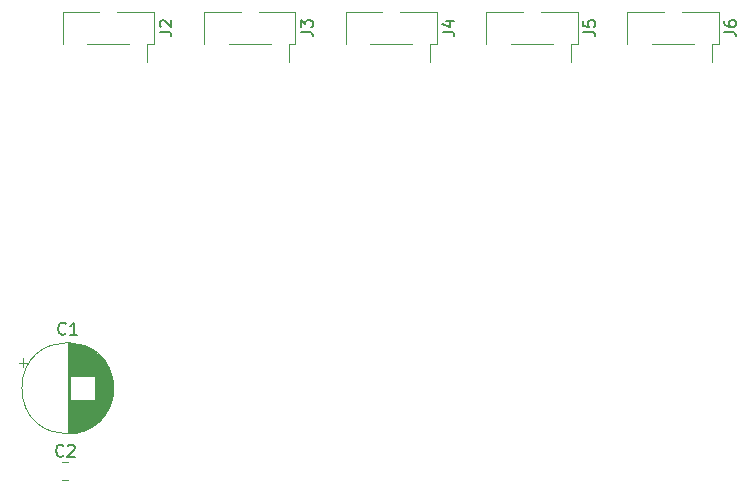
<source format=gbr>
%TF.GenerationSoftware,KiCad,Pcbnew,7.0.2*%
%TF.CreationDate,2023-05-19T03:37:00-07:00*%
%TF.ProjectId,pb_orangepi,70625f6f-7261-46e6-9765-70692e6b6963,rev?*%
%TF.SameCoordinates,PX90013c0PY280de80*%
%TF.FileFunction,Legend,Top*%
%TF.FilePolarity,Positive*%
%FSLAX46Y46*%
G04 Gerber Fmt 4.6, Leading zero omitted, Abs format (unit mm)*
G04 Created by KiCad (PCBNEW 7.0.2) date 2023-05-19 03:37:00*
%MOMM*%
%LPD*%
G01*
G04 APERTURE LIST*
%ADD10C,0.150000*%
%ADD11C,0.120000*%
G04 APERTURE END LIST*
D10*
%TO.C,J6*%
X63332619Y-3333333D02*
X64046904Y-3333333D01*
X64046904Y-3333333D02*
X64189761Y-3380952D01*
X64189761Y-3380952D02*
X64285000Y-3476190D01*
X64285000Y-3476190D02*
X64332619Y-3619047D01*
X64332619Y-3619047D02*
X64332619Y-3714285D01*
X63332619Y-2428571D02*
X63332619Y-2619047D01*
X63332619Y-2619047D02*
X63380238Y-2714285D01*
X63380238Y-2714285D02*
X63427857Y-2761904D01*
X63427857Y-2761904D02*
X63570714Y-2857142D01*
X63570714Y-2857142D02*
X63761190Y-2904761D01*
X63761190Y-2904761D02*
X64142142Y-2904761D01*
X64142142Y-2904761D02*
X64237380Y-2857142D01*
X64237380Y-2857142D02*
X64285000Y-2809523D01*
X64285000Y-2809523D02*
X64332619Y-2714285D01*
X64332619Y-2714285D02*
X64332619Y-2523809D01*
X64332619Y-2523809D02*
X64285000Y-2428571D01*
X64285000Y-2428571D02*
X64237380Y-2380952D01*
X64237380Y-2380952D02*
X64142142Y-2333333D01*
X64142142Y-2333333D02*
X63904047Y-2333333D01*
X63904047Y-2333333D02*
X63808809Y-2380952D01*
X63808809Y-2380952D02*
X63761190Y-2428571D01*
X63761190Y-2428571D02*
X63713571Y-2523809D01*
X63713571Y-2523809D02*
X63713571Y-2714285D01*
X63713571Y-2714285D02*
X63761190Y-2809523D01*
X63761190Y-2809523D02*
X63808809Y-2857142D01*
X63808809Y-2857142D02*
X63904047Y-2904761D01*
%TO.C,J5*%
X51412619Y-3333333D02*
X52126904Y-3333333D01*
X52126904Y-3333333D02*
X52269761Y-3380952D01*
X52269761Y-3380952D02*
X52365000Y-3476190D01*
X52365000Y-3476190D02*
X52412619Y-3619047D01*
X52412619Y-3619047D02*
X52412619Y-3714285D01*
X51412619Y-2380952D02*
X51412619Y-2857142D01*
X51412619Y-2857142D02*
X51888809Y-2904761D01*
X51888809Y-2904761D02*
X51841190Y-2857142D01*
X51841190Y-2857142D02*
X51793571Y-2761904D01*
X51793571Y-2761904D02*
X51793571Y-2523809D01*
X51793571Y-2523809D02*
X51841190Y-2428571D01*
X51841190Y-2428571D02*
X51888809Y-2380952D01*
X51888809Y-2380952D02*
X51984047Y-2333333D01*
X51984047Y-2333333D02*
X52222142Y-2333333D01*
X52222142Y-2333333D02*
X52317380Y-2380952D01*
X52317380Y-2380952D02*
X52365000Y-2428571D01*
X52365000Y-2428571D02*
X52412619Y-2523809D01*
X52412619Y-2523809D02*
X52412619Y-2761904D01*
X52412619Y-2761904D02*
X52365000Y-2857142D01*
X52365000Y-2857142D02*
X52317380Y-2904761D01*
%TO.C,J4*%
X39492619Y-3333333D02*
X40206904Y-3333333D01*
X40206904Y-3333333D02*
X40349761Y-3380952D01*
X40349761Y-3380952D02*
X40445000Y-3476190D01*
X40445000Y-3476190D02*
X40492619Y-3619047D01*
X40492619Y-3619047D02*
X40492619Y-3714285D01*
X39825952Y-2428571D02*
X40492619Y-2428571D01*
X39445000Y-2666666D02*
X40159285Y-2904761D01*
X40159285Y-2904761D02*
X40159285Y-2285714D01*
%TO.C,J3*%
X27492619Y-3333333D02*
X28206904Y-3333333D01*
X28206904Y-3333333D02*
X28349761Y-3380952D01*
X28349761Y-3380952D02*
X28445000Y-3476190D01*
X28445000Y-3476190D02*
X28492619Y-3619047D01*
X28492619Y-3619047D02*
X28492619Y-3714285D01*
X27492619Y-2952380D02*
X27492619Y-2333333D01*
X27492619Y-2333333D02*
X27873571Y-2666666D01*
X27873571Y-2666666D02*
X27873571Y-2523809D01*
X27873571Y-2523809D02*
X27921190Y-2428571D01*
X27921190Y-2428571D02*
X27968809Y-2380952D01*
X27968809Y-2380952D02*
X28064047Y-2333333D01*
X28064047Y-2333333D02*
X28302142Y-2333333D01*
X28302142Y-2333333D02*
X28397380Y-2380952D01*
X28397380Y-2380952D02*
X28445000Y-2428571D01*
X28445000Y-2428571D02*
X28492619Y-2523809D01*
X28492619Y-2523809D02*
X28492619Y-2809523D01*
X28492619Y-2809523D02*
X28445000Y-2904761D01*
X28445000Y-2904761D02*
X28397380Y-2952380D01*
%TO.C,J2*%
X15532619Y-3333333D02*
X16246904Y-3333333D01*
X16246904Y-3333333D02*
X16389761Y-3380952D01*
X16389761Y-3380952D02*
X16485000Y-3476190D01*
X16485000Y-3476190D02*
X16532619Y-3619047D01*
X16532619Y-3619047D02*
X16532619Y-3714285D01*
X15627857Y-2904761D02*
X15580238Y-2857142D01*
X15580238Y-2857142D02*
X15532619Y-2761904D01*
X15532619Y-2761904D02*
X15532619Y-2523809D01*
X15532619Y-2523809D02*
X15580238Y-2428571D01*
X15580238Y-2428571D02*
X15627857Y-2380952D01*
X15627857Y-2380952D02*
X15723095Y-2333333D01*
X15723095Y-2333333D02*
X15818333Y-2333333D01*
X15818333Y-2333333D02*
X15961190Y-2380952D01*
X15961190Y-2380952D02*
X16532619Y-2952380D01*
X16532619Y-2952380D02*
X16532619Y-2333333D01*
%TO.C,C2*%
X7383333Y-39187380D02*
X7335714Y-39235000D01*
X7335714Y-39235000D02*
X7192857Y-39282619D01*
X7192857Y-39282619D02*
X7097619Y-39282619D01*
X7097619Y-39282619D02*
X6954762Y-39235000D01*
X6954762Y-39235000D02*
X6859524Y-39139761D01*
X6859524Y-39139761D02*
X6811905Y-39044523D01*
X6811905Y-39044523D02*
X6764286Y-38854047D01*
X6764286Y-38854047D02*
X6764286Y-38711190D01*
X6764286Y-38711190D02*
X6811905Y-38520714D01*
X6811905Y-38520714D02*
X6859524Y-38425476D01*
X6859524Y-38425476D02*
X6954762Y-38330238D01*
X6954762Y-38330238D02*
X7097619Y-38282619D01*
X7097619Y-38282619D02*
X7192857Y-38282619D01*
X7192857Y-38282619D02*
X7335714Y-38330238D01*
X7335714Y-38330238D02*
X7383333Y-38377857D01*
X7764286Y-38377857D02*
X7811905Y-38330238D01*
X7811905Y-38330238D02*
X7907143Y-38282619D01*
X7907143Y-38282619D02*
X8145238Y-38282619D01*
X8145238Y-38282619D02*
X8240476Y-38330238D01*
X8240476Y-38330238D02*
X8288095Y-38377857D01*
X8288095Y-38377857D02*
X8335714Y-38473095D01*
X8335714Y-38473095D02*
X8335714Y-38568333D01*
X8335714Y-38568333D02*
X8288095Y-38711190D01*
X8288095Y-38711190D02*
X7716667Y-39282619D01*
X7716667Y-39282619D02*
X8335714Y-39282619D01*
%TO.C,C1*%
X7583333Y-28867380D02*
X7535714Y-28915000D01*
X7535714Y-28915000D02*
X7392857Y-28962619D01*
X7392857Y-28962619D02*
X7297619Y-28962619D01*
X7297619Y-28962619D02*
X7154762Y-28915000D01*
X7154762Y-28915000D02*
X7059524Y-28819761D01*
X7059524Y-28819761D02*
X7011905Y-28724523D01*
X7011905Y-28724523D02*
X6964286Y-28534047D01*
X6964286Y-28534047D02*
X6964286Y-28391190D01*
X6964286Y-28391190D02*
X7011905Y-28200714D01*
X7011905Y-28200714D02*
X7059524Y-28105476D01*
X7059524Y-28105476D02*
X7154762Y-28010238D01*
X7154762Y-28010238D02*
X7297619Y-27962619D01*
X7297619Y-27962619D02*
X7392857Y-27962619D01*
X7392857Y-27962619D02*
X7535714Y-28010238D01*
X7535714Y-28010238D02*
X7583333Y-28057857D01*
X8535714Y-28962619D02*
X7964286Y-28962619D01*
X8250000Y-28962619D02*
X8250000Y-27962619D01*
X8250000Y-27962619D02*
X8154762Y-28105476D01*
X8154762Y-28105476D02*
X8059524Y-28200714D01*
X8059524Y-28200714D02*
X7964286Y-28248333D01*
D11*
%TO.C,J6*%
X62870000Y-1670000D02*
X59760000Y-1670000D01*
X62870000Y-1670000D02*
X62870000Y-4330000D01*
X58240000Y-1670000D02*
X55130000Y-1670000D01*
X55700000Y-1670000D02*
X55130000Y-1670000D01*
X55130000Y-1670000D02*
X55130000Y-4330000D01*
X62870000Y-4330000D02*
X62300000Y-4330000D01*
X62300000Y-4330000D02*
X62300000Y-5850000D01*
X60780000Y-4330000D02*
X57220000Y-4330000D01*
%TO.C,J5*%
X50950000Y-1670000D02*
X47840000Y-1670000D01*
X50950000Y-1670000D02*
X50950000Y-4330000D01*
X46320000Y-1670000D02*
X43210000Y-1670000D01*
X43780000Y-1670000D02*
X43210000Y-1670000D01*
X43210000Y-1670000D02*
X43210000Y-4330000D01*
X50950000Y-4330000D02*
X50380000Y-4330000D01*
X50380000Y-4330000D02*
X50380000Y-5850000D01*
X48860000Y-4330000D02*
X45300000Y-4330000D01*
%TO.C,J4*%
X36940000Y-4330000D02*
X33380000Y-4330000D01*
X38460000Y-4330000D02*
X38460000Y-5850000D01*
X39030000Y-4330000D02*
X38460000Y-4330000D01*
X31290000Y-1670000D02*
X31290000Y-4330000D01*
X31860000Y-1670000D02*
X31290000Y-1670000D01*
X34400000Y-1670000D02*
X31290000Y-1670000D01*
X39030000Y-1670000D02*
X39030000Y-4330000D01*
X39030000Y-1670000D02*
X35920000Y-1670000D01*
%TO.C,J3*%
X27030000Y-1670000D02*
X23920000Y-1670000D01*
X27030000Y-1670000D02*
X27030000Y-4330000D01*
X22400000Y-1670000D02*
X19290000Y-1670000D01*
X19860000Y-1670000D02*
X19290000Y-1670000D01*
X19290000Y-1670000D02*
X19290000Y-4330000D01*
X27030000Y-4330000D02*
X26460000Y-4330000D01*
X26460000Y-4330000D02*
X26460000Y-5850000D01*
X24940000Y-4330000D02*
X21380000Y-4330000D01*
%TO.C,J2*%
X12980000Y-4330000D02*
X9420000Y-4330000D01*
X14500000Y-4330000D02*
X14500000Y-5850000D01*
X15070000Y-4330000D02*
X14500000Y-4330000D01*
X7330000Y-1670000D02*
X7330000Y-4330000D01*
X7900000Y-1670000D02*
X7330000Y-1670000D01*
X10440000Y-1670000D02*
X7330000Y-1670000D01*
X15070000Y-1670000D02*
X15070000Y-4330000D01*
X15070000Y-1670000D02*
X11960000Y-1670000D01*
%TO.C,C2*%
X7288748Y-41235000D02*
X7811252Y-41235000D01*
X7288748Y-39765000D02*
X7811252Y-39765000D01*
%TO.C,C1*%
X11620000Y-33500000D02*
G75*
G03*
X11620000Y-33500000I-3870000J0D01*
G01*
X9751000Y-34540000D02*
X9751000Y-36774000D01*
X9311000Y-29998000D02*
X9311000Y-32460000D01*
X9911000Y-34540000D02*
X9911000Y-36672000D01*
X8631000Y-29771000D02*
X8631000Y-32460000D01*
X8751000Y-34540000D02*
X8751000Y-37199000D01*
X11351000Y-32119000D02*
X11351000Y-34881000D01*
X10431000Y-30748000D02*
X10431000Y-36252000D01*
X8511000Y-29745000D02*
X8511000Y-32460000D01*
X10191000Y-30536000D02*
X10191000Y-36464000D01*
X8070000Y-34540000D02*
X8070000Y-37317000D01*
X8871000Y-29835000D02*
X8871000Y-32460000D01*
X9631000Y-34540000D02*
X9631000Y-36843000D01*
X7990000Y-29677000D02*
X7990000Y-32460000D01*
X3982789Y-30950000D02*
X3982789Y-31700000D01*
X8230000Y-29699000D02*
X8230000Y-32460000D01*
X10511000Y-30827000D02*
X10511000Y-36173000D01*
X8230000Y-34540000D02*
X8230000Y-37301000D01*
X11551000Y-32807000D02*
X11551000Y-34193000D01*
X10911000Y-31305000D02*
X10911000Y-35695000D01*
X11391000Y-32225000D02*
X11391000Y-34775000D01*
X10551000Y-30868000D02*
X10551000Y-36132000D01*
X10111000Y-30472000D02*
X10111000Y-36528000D01*
X10991000Y-31423000D02*
X10991000Y-35577000D01*
X10031000Y-30412000D02*
X10031000Y-32460000D01*
X9151000Y-34540000D02*
X9151000Y-37068000D01*
X9111000Y-34540000D02*
X9111000Y-37084000D01*
X9431000Y-34540000D02*
X9431000Y-36947000D01*
X8030000Y-29680000D02*
X8030000Y-32460000D01*
X8951000Y-29860000D02*
X8951000Y-32460000D01*
X9831000Y-34540000D02*
X9831000Y-36724000D01*
X11071000Y-31551000D02*
X11071000Y-35449000D01*
X8270000Y-34540000D02*
X8270000Y-37295000D01*
X8631000Y-34540000D02*
X8631000Y-37229000D01*
X9351000Y-34540000D02*
X9351000Y-36984000D01*
X7790000Y-29670000D02*
X7790000Y-37330000D01*
X8711000Y-34540000D02*
X8711000Y-37210000D01*
X7950000Y-29675000D02*
X7950000Y-37325000D01*
X10391000Y-30710000D02*
X10391000Y-36290000D01*
X10631000Y-30954000D02*
X10631000Y-36046000D01*
X9991000Y-30384000D02*
X9991000Y-32460000D01*
X7910000Y-29673000D02*
X7910000Y-37327000D01*
X10231000Y-30569000D02*
X10231000Y-36431000D01*
X11031000Y-31486000D02*
X11031000Y-35514000D01*
X9951000Y-34540000D02*
X9951000Y-36644000D01*
X11271000Y-31931000D02*
X11271000Y-35069000D01*
X8671000Y-34540000D02*
X8671000Y-37220000D01*
X11311000Y-32022000D02*
X11311000Y-34978000D01*
X9751000Y-30226000D02*
X9751000Y-32460000D01*
X10311000Y-30637000D02*
X10311000Y-36363000D01*
X8791000Y-29812000D02*
X8791000Y-32460000D01*
X8430000Y-29730000D02*
X8430000Y-32460000D01*
X9711000Y-34540000D02*
X9711000Y-36797000D01*
X8751000Y-29801000D02*
X8751000Y-32460000D01*
X9231000Y-29964000D02*
X9231000Y-32460000D01*
X8350000Y-34540000D02*
X8350000Y-37284000D01*
X9991000Y-34540000D02*
X9991000Y-36616000D01*
X7990000Y-34540000D02*
X7990000Y-37323000D01*
X9591000Y-34540000D02*
X9591000Y-36865000D01*
X8551000Y-34540000D02*
X8551000Y-37247000D01*
X8430000Y-34540000D02*
X8430000Y-37270000D01*
X8310000Y-29710000D02*
X8310000Y-32460000D01*
X9671000Y-30179000D02*
X9671000Y-32460000D01*
X9191000Y-29947000D02*
X9191000Y-32460000D01*
X8671000Y-29780000D02*
X8671000Y-32460000D01*
X8110000Y-29686000D02*
X8110000Y-32460000D01*
X10791000Y-31145000D02*
X10791000Y-35855000D01*
X8270000Y-29705000D02*
X8270000Y-32460000D01*
X9791000Y-34540000D02*
X9791000Y-36749000D01*
X7750000Y-29670000D02*
X7750000Y-37330000D01*
X9871000Y-34540000D02*
X9871000Y-36698000D01*
X9071000Y-29902000D02*
X9071000Y-32460000D01*
X8591000Y-34540000D02*
X8591000Y-37238000D01*
X9831000Y-30276000D02*
X9831000Y-32460000D01*
X9311000Y-34540000D02*
X9311000Y-37002000D01*
X10831000Y-31196000D02*
X10831000Y-35804000D01*
X10271000Y-30602000D02*
X10271000Y-36398000D01*
X8871000Y-34540000D02*
X8871000Y-37165000D01*
X9871000Y-30302000D02*
X9871000Y-32460000D01*
X8511000Y-34540000D02*
X8511000Y-37255000D01*
X8791000Y-34540000D02*
X8791000Y-37188000D01*
X8991000Y-29874000D02*
X8991000Y-32460000D01*
X10151000Y-30504000D02*
X10151000Y-36496000D01*
X9511000Y-34540000D02*
X9511000Y-36907000D01*
X8110000Y-34540000D02*
X8110000Y-37314000D01*
X9071000Y-34540000D02*
X9071000Y-37098000D01*
X8471000Y-34540000D02*
X8471000Y-37263000D01*
X8030000Y-34540000D02*
X8030000Y-37320000D01*
X9711000Y-30203000D02*
X9711000Y-32460000D01*
X9391000Y-30034000D02*
X9391000Y-32460000D01*
X9271000Y-29980000D02*
X9271000Y-32460000D01*
X9191000Y-34540000D02*
X9191000Y-37053000D01*
X8951000Y-34540000D02*
X8951000Y-37140000D01*
X9271000Y-34540000D02*
X9271000Y-37020000D01*
X11151000Y-31691000D02*
X11151000Y-35309000D01*
X8991000Y-34540000D02*
X8991000Y-37126000D01*
X8390000Y-29723000D02*
X8390000Y-32460000D01*
X8831000Y-29823000D02*
X8831000Y-32460000D01*
X9511000Y-30093000D02*
X9511000Y-32460000D01*
X11471000Y-32472000D02*
X11471000Y-34528000D01*
X10711000Y-31046000D02*
X10711000Y-35954000D01*
X9791000Y-30251000D02*
X9791000Y-32460000D01*
X11191000Y-31767000D02*
X11191000Y-35233000D01*
X10071000Y-30442000D02*
X10071000Y-36558000D01*
X9591000Y-30135000D02*
X9591000Y-32460000D01*
X8190000Y-34540000D02*
X8190000Y-37305000D01*
X11111000Y-31619000D02*
X11111000Y-35381000D01*
X10751000Y-31095000D02*
X10751000Y-35905000D01*
X7830000Y-29670000D02*
X7830000Y-37330000D01*
X11511000Y-32623000D02*
X11511000Y-34377000D01*
X10871000Y-31250000D02*
X10871000Y-35750000D01*
X9551000Y-34540000D02*
X9551000Y-36886000D01*
X9951000Y-30356000D02*
X9951000Y-32460000D01*
X10031000Y-34540000D02*
X10031000Y-36588000D01*
X9431000Y-30053000D02*
X9431000Y-32460000D01*
X9631000Y-30157000D02*
X9631000Y-32460000D01*
X9031000Y-34540000D02*
X9031000Y-37113000D01*
X8711000Y-29790000D02*
X8711000Y-32460000D01*
X11231000Y-31846000D02*
X11231000Y-35154000D01*
X8190000Y-29695000D02*
X8190000Y-32460000D01*
X9471000Y-34540000D02*
X9471000Y-36927000D01*
X9471000Y-30073000D02*
X9471000Y-32460000D01*
X8551000Y-29753000D02*
X8551000Y-32460000D01*
X8911000Y-34540000D02*
X8911000Y-37153000D01*
X9551000Y-30114000D02*
X9551000Y-32460000D01*
X8310000Y-34540000D02*
X8310000Y-37290000D01*
X10671000Y-31000000D02*
X10671000Y-36000000D01*
X8911000Y-29847000D02*
X8911000Y-32460000D01*
X8350000Y-29716000D02*
X8350000Y-32460000D01*
X9911000Y-30328000D02*
X9911000Y-32460000D01*
X8070000Y-29683000D02*
X8070000Y-32460000D01*
X11591000Y-33059000D02*
X11591000Y-33941000D01*
X10471000Y-30787000D02*
X10471000Y-36213000D01*
X8591000Y-29762000D02*
X8591000Y-32460000D01*
X8471000Y-29737000D02*
X8471000Y-32460000D01*
X8150000Y-29690000D02*
X8150000Y-32460000D01*
X10351000Y-30673000D02*
X10351000Y-36327000D01*
X9031000Y-29887000D02*
X9031000Y-32460000D01*
X9391000Y-34540000D02*
X9391000Y-36966000D01*
X8390000Y-34540000D02*
X8390000Y-37277000D01*
X10951000Y-31363000D02*
X10951000Y-35637000D01*
X11431000Y-32342000D02*
X11431000Y-34658000D01*
X10591000Y-30911000D02*
X10591000Y-36089000D01*
X9671000Y-34540000D02*
X9671000Y-36821000D01*
X8831000Y-34540000D02*
X8831000Y-37177000D01*
X9351000Y-30016000D02*
X9351000Y-32460000D01*
X3607789Y-31325000D02*
X4357789Y-31325000D01*
X7870000Y-29671000D02*
X7870000Y-37329000D01*
X8150000Y-34540000D02*
X8150000Y-37310000D01*
X9151000Y-29932000D02*
X9151000Y-32460000D01*
X9231000Y-34540000D02*
X9231000Y-37036000D01*
X9111000Y-29916000D02*
X9111000Y-32460000D01*
%TD*%
M02*

</source>
